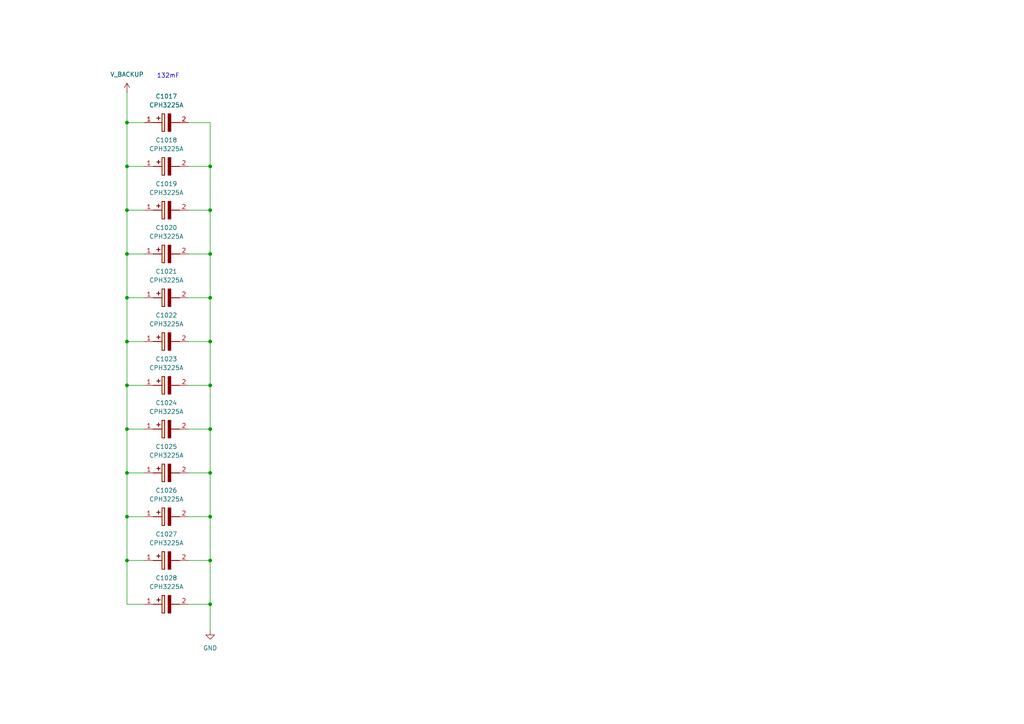
<source format=kicad_sch>
(kicad_sch (version 20231120) (generator "eeschema") (generator_version "8.0")
  (paper "A4")
  (lib_symbols
    (symbol "CPH3225A:CPH3225A" (pin_names hide)
      (property "Reference" "C" (at 8.89 6.35 0))
      (property "Value" "CPH3225A" (at 8.89 3.81 0))
      (symbol "CPH3225A_1_1"
        (polyline (pts (xy 2.54 0) (xy 5.08 0)) (stroke (width 0.254)))
        (polyline (pts (xy 4.064 1.778) (xy 4.064 0.762)) (stroke (width 0.254)))
        (polyline (pts (xy 4.572 1.27) (xy 3.556 1.27)) (stroke (width 0.254)))
        (polyline (pts (xy 7.62 0) (xy 10.16 0)) (stroke (width 0.254)))
        (polyline (pts (xy 7.62 2.54) (xy 7.62 -2.54) (xy 6.858 -2.54) (xy 6.858 2.54) (xy 7.62 2.54)) (stroke (width 0.254)) (fill (type outline)))
        (rectangle (start 5.08 2.54) (end 5.842 -2.54) (stroke (width 0.254)) (fill (type background)))
        (pin passive line (at 0 0 0) (length 2.54) (name "+") (number "1"))
        (pin passive line (at 12.7 0 180) (length 2.54) (name "-") (number "2"))
      )
    )
    (symbol "power:GND" (power) (pin_numbers hide) (pin_names (offset 0) hide)
      (property "Value" "GND" (at 0 -3.81 0))
      (symbol "GND_0_1"
        (polyline (pts (xy 0 0) (xy 0 -1.27) (xy 1.27 -1.27) (xy 0 -2.54) (xy -1.27 -1.27) (xy 0 -1.27)))
      )
      (symbol "GND_1_1"
        (pin power_in line (at 0 0 270) (length 0) (name "~") (number "1"))
      )
    )
    (symbol "power:VCC" (power) (pin_numbers hide) (pin_names (offset 0) hide)
      (property "Value" "VCC" (at 0 3.556 0))
      (symbol "VCC_0_1"
        (polyline (pts (xy -0.762 1.27) (xy 0 2.54)))
        (polyline (pts (xy 0 0) (xy 0 2.54)))
        (polyline (pts (xy 0 2.54) (xy 0.762 1.27)))
      )
      (symbol "VCC_1_1"
        (pin power_in line (at 0 0 90) (length 0) (name "~") (number "1"))
      )
    )
  )
  (junction (at 60.96 175.26))
  (junction (at 36.83 99.06))
  (junction (at 60.96 137.16))
  (junction (at 60.96 99.06))
  (junction (at 36.83 124.46))
  (junction (at 60.96 124.46))
  (junction (at 36.83 111.76))
  (junction (at 36.83 137.16))
  (junction (at 36.83 149.86))
  (junction (at 60.96 111.76))
  (junction (at 60.96 149.86))
  (junction (at 60.96 86.36))
  (junction (at 36.83 162.56))
  (junction (at 36.83 60.96))
  (junction (at 36.83 73.66))
  (junction (at 60.96 73.66))
  (junction (at 36.83 35.56))
  (junction (at 60.96 60.96))
  (junction (at 60.96 162.56))
  (junction (at 36.83 86.36))
  (junction (at 60.96 48.26))
  (junction (at 36.83 48.26))
  (wire (pts (xy 36.83 60.96) (xy 36.83 73.66)))
  (wire (pts (xy 60.96 111.76) (xy 60.96 124.46)))
  (wire (pts (xy 60.96 48.26) (xy 60.96 60.96)))
  (wire (pts (xy 60.96 60.96) (xy 60.96 73.66)))
  (wire (pts (xy 36.83 162.56) (xy 36.83 175.26)))
  (wire (pts (xy 36.83 73.66) (xy 36.83 86.36)))
  (wire (pts (xy 36.83 111.76) (xy 36.83 124.46)))
  (wire (pts (xy 36.83 86.36) (xy 36.83 99.06)))
  (wire (pts (xy 54.61 48.26) (xy 60.96 48.26)))
  (wire (pts (xy 60.96 149.86) (xy 60.96 162.56)))
  (wire (pts (xy 36.83 149.86) (xy 36.83 162.56)))
  (wire (pts (xy 36.83 124.46) (xy 41.91 124.46)))
  (wire (pts (xy 36.83 149.86) (xy 41.91 149.86)))
  (wire (pts (xy 54.61 137.16) (xy 60.96 137.16)))
  (wire (pts (xy 36.83 48.26) (xy 36.83 60.96)))
  (wire (pts (xy 36.83 111.76) (xy 41.91 111.76)))
  (wire (pts (xy 36.83 48.26) (xy 41.91 48.26)))
  (wire (pts (xy 36.83 99.06) (xy 41.91 99.06)))
  (wire (pts (xy 36.83 35.56) (xy 36.83 48.26)))
  (wire (pts (xy 54.61 99.06) (xy 60.96 99.06)))
  (wire (pts (xy 60.96 175.26) (xy 60.96 182.88)))
  (wire (pts (xy 60.96 35.56) (xy 60.96 48.26)))
  (wire (pts (xy 60.96 99.06) (xy 60.96 111.76)))
  (wire (pts (xy 36.83 60.96) (xy 41.91 60.96)))
  (wire (pts (xy 36.83 137.16) (xy 36.83 149.86)))
  (wire (pts (xy 54.61 111.76) (xy 60.96 111.76)))
  (wire (pts (xy 54.61 162.56) (xy 60.96 162.56)))
  (wire (pts (xy 54.61 60.96) (xy 60.96 60.96)))
  (wire (pts (xy 60.96 137.16) (xy 60.96 149.86)))
  (wire (pts (xy 36.83 175.26) (xy 41.91 175.26)))
  (wire (pts (xy 36.83 26.67) (xy 36.83 35.56)))
  (wire (pts (xy 54.61 35.56) (xy 60.96 35.56)))
  (wire (pts (xy 54.61 86.36) (xy 60.96 86.36)))
  (wire (pts (xy 60.96 73.66) (xy 60.96 86.36)))
  (wire (pts (xy 36.83 137.16) (xy 41.91 137.16)))
  (wire (pts (xy 36.83 99.06) (xy 36.83 111.76)))
  (wire (pts (xy 36.83 86.36) (xy 41.91 86.36)))
  (wire (pts (xy 60.96 124.46) (xy 60.96 137.16)))
  (wire (pts (xy 54.61 73.66) (xy 60.96 73.66)))
  (wire (pts (xy 36.83 35.56) (xy 41.91 35.56)))
  (wire (pts (xy 54.61 124.46) (xy 60.96 124.46)))
  (wire (pts (xy 36.83 73.66) (xy 41.91 73.66)))
  (wire (pts (xy 36.83 124.46) (xy 36.83 137.16)))
  (wire (pts (xy 60.96 162.56) (xy 60.96 175.26)))
  (wire (pts (xy 36.83 162.56) (xy 41.91 162.56)))
  (wire (pts (xy 54.61 175.26) (xy 60.96 175.26)))
  (wire (pts (xy 54.61 149.86) (xy 60.96 149.86)))
  (wire (pts (xy 60.96 86.36) (xy 60.96 99.06)))
  (text "132mF" (at 48.768 22.098 0) (effects (font (size 1.27 1.27))))
  (symbol (lib_id "CPH3225A:CPH3225A") (at 41.91 111.76 0) (unit 1)
    (property "Reference" "C1023" (at 48.26 104.14 0))
    (property "Value" "CPH3225A" (at 48.26 106.68 0))
    (property "Footprint" "SuperCap:CPH3225A" (effects (hide yes)))
    (property "Datasheet" "https://www.sii.co.jp/en/me/datasheets/chip-capacitor/cph3225a/" (effects (hide yes)))
    (property "Description" "Supercapacitors / Ultracapacitors Reflow EDLC 3.3V, 11mF, 160 Ohm" (effects (hide yes)))
    (property "Height" "1" (effects (hide yes)))
    (property "Mouser Part Number" "628-CPH3225A" (effects (hide yes)))
    (property "Mouser Price/Stock" "https://www.mouser.com/Search/Refine.aspx?Keyword=628-CPH3225A" (effects (hide yes)))
    (property "Manufacturer_Name" "Seiko Epson Corporation" (effects (hide yes)))
    (property "Manufacturer_Part_Number" "CPH3225A" (effects (hide yes)))
  )
  (symbol (lib_id "CPH3225A:CPH3225A") (at 41.91 86.36 0) (unit 1)
    (property "Reference" "C1021" (at 48.26 78.74 0))
    (property "Value" "CPH3225A" (at 48.26 81.28 0))
    (property "Footprint" "SuperCap:CPH3225A" (effects (hide yes)))
    (property "Datasheet" "https://www.sii.co.jp/en/me/datasheets/chip-capacitor/cph3225a/" (effects (hide yes)))
    (property "Description" "Supercapacitors / Ultracapacitors Reflow EDLC 3.3V, 11mF, 160 Ohm" (effects (hide yes)))
    (property "Height" "1" (effects (hide yes)))
    (property "Mouser Part Number" "628-CPH3225A" (effects (hide yes)))
    (property "Mouser Price/Stock" "https://www.mouser.com/Search/Refine.aspx?Keyword=628-CPH3225A" (effects (hide yes)))
    (property "Manufacturer_Name" "Seiko Epson Corporation" (effects (hide yes)))
    (property "Manufacturer_Part_Number" "CPH3225A" (effects (hide yes)))
  )
  (symbol (lib_id "CPH3225A:CPH3225A") (at 41.91 35.56 0) (unit 1)
    (property "Reference" "C1017" (at 48.26 27.94 0))
    (property "Value" "CPH3225A" (at 48.26 30.48 0))
    (property "Footprint" "SuperCap:CPH3225A" (effects (hide yes)))
    (property "Datasheet" "https://www.sii.co.jp/en/me/datasheets/chip-capacitor/cph3225a/" (effects (hide yes)))
    (property "Description" "Supercapacitors / Ultracapacitors Reflow EDLC 3.3V, 11mF, 160 Ohm" (effects (hide yes)))
    (property "Height" "1" (effects (hide yes)))
    (property "Mouser Part Number" "628-CPH3225A" (effects (hide yes)))
    (property "Mouser Price/Stock" "https://www.mouser.com/Search/Refine.aspx?Keyword=628-CPH3225A" (effects (hide yes)))
    (property "Manufacturer_Name" "Seiko Epson Corporation" (effects (hide yes)))
    (property "Manufacturer_Part_Number" "CPH3225A" (effects (hide yes)))
  )
  (symbol (lib_id "CPH3225A:CPH3225A") (at 41.91 60.96 0) (unit 1)
    (property "Reference" "C1019" (at 48.26 53.34 0))
    (property "Value" "CPH3225A" (at 48.26 55.88 0))
    (property "Footprint" "SuperCap:CPH3225A" (effects (hide yes)))
    (property "Datasheet" "https://www.sii.co.jp/en/me/datasheets/chip-capacitor/cph3225a/" (effects (hide yes)))
    (property "Description" "Supercapacitors / Ultracapacitors Reflow EDLC 3.3V, 11mF, 160 Ohm" (effects (hide yes)))
    (property "Height" "1" (effects (hide yes)))
    (property "Mouser Part Number" "628-CPH3225A" (effects (hide yes)))
    (property "Mouser Price/Stock" "https://www.mouser.com/Search/Refine.aspx?Keyword=628-CPH3225A" (effects (hide yes)))
    (property "Manufacturer_Name" "Seiko Epson Corporation" (effects (hide yes)))
    (property "Manufacturer_Part_Number" "CPH3225A" (effects (hide yes)))
  )
  (symbol (lib_id "CPH3225A:CPH3225A") (at 41.91 175.26 0) (unit 1)
    (property "Reference" "C1028" (at 48.26 167.64 0))
    (property "Value" "CPH3225A" (at 48.26 170.18 0))
    (property "Footprint" "SuperCap:CPH3225A" (effects (hide yes)))
    (property "Datasheet" "https://www.sii.co.jp/en/me/datasheets/chip-capacitor/cph3225a/" (effects (hide yes)))
    (property "Description" "Supercapacitors / Ultracapacitors Reflow EDLC 3.3V, 11mF, 160 Ohm" (effects (hide yes)))
    (property "Height" "1" (effects (hide yes)))
    (property "Mouser Part Number" "628-CPH3225A" (effects (hide yes)))
    (property "Mouser Price/Stock" "https://www.mouser.com/Search/Refine.aspx?Keyword=628-CPH3225A" (effects (hide yes)))
    (property "Manufacturer_Name" "Seiko Epson Corporation" (effects (hide yes)))
    (property "Manufacturer_Part_Number" "CPH3225A" (effects (hide yes)))
  )
  (symbol (lib_id "CPH3225A:CPH3225A") (at 41.91 137.16 0) (unit 1)
    (property "Reference" "C1025" (at 48.26 129.54 0))
    (property "Value" "CPH3225A" (at 48.26 132.08 0))
    (property "Footprint" "SuperCap:CPH3225A" (effects (hide yes)))
    (property "Datasheet" "https://www.sii.co.jp/en/me/datasheets/chip-capacitor/cph3225a/" (effects (hide yes)))
    (property "Description" "Supercapacitors / Ultracapacitors Reflow EDLC 3.3V, 11mF, 160 Ohm" (effects (hide yes)))
    (property "Height" "1" (effects (hide yes)))
    (property "Mouser Part Number" "628-CPH3225A" (effects (hide yes)))
    (property "Mouser Price/Stock" "https://www.mouser.com/Search/Refine.aspx?Keyword=628-CPH3225A" (effects (hide yes)))
    (property "Manufacturer_Name" "Seiko Epson Corporation" (effects (hide yes)))
    (property "Manufacturer_Part_Number" "CPH3225A" (effects (hide yes)))
  )
  (symbol (lib_id "CPH3225A:CPH3225A") (at 41.91 124.46 0) (unit 1)
    (property "Reference" "C1024" (at 48.26 116.84 0))
    (property "Value" "CPH3225A" (at 48.26 119.38 0))
    (property "Footprint" "SuperCap:CPH3225A" (effects (hide yes)))
    (property "Datasheet" "https://www.sii.co.jp/en/me/datasheets/chip-capacitor/cph3225a/" (effects (hide yes)))
    (property "Description" "Supercapacitors / Ultracapacitors Reflow EDLC 3.3V, 11mF, 160 Ohm" (effects (hide yes)))
    (property "Height" "1" (effects (hide yes)))
    (property "Mouser Part Number" "628-CPH3225A" (effects (hide yes)))
    (property "Mouser Price/Stock" "https://www.mouser.com/Search/Refine.aspx?Keyword=628-CPH3225A" (effects (hide yes)))
    (property "Manufacturer_Name" "Seiko Epson Corporation" (effects (hide yes)))
    (property "Manufacturer_Part_Number" "CPH3225A" (effects (hide yes)))
  )
  (symbol (lib_id "CPH3225A:CPH3225A") (at 41.91 149.86 0) (unit 1)
    (property "Reference" "C1026" (at 48.26 142.24 0))
    (property "Value" "CPH3225A" (at 48.26 144.78 0))
    (property "Footprint" "SuperCap:CPH3225A" (effects (hide yes)))
    (property "Datasheet" "https://www.sii.co.jp/en/me/datasheets/chip-capacitor/cph3225a/" (effects (hide yes)))
    (property "Description" "Supercapacitors / Ultracapacitors Reflow EDLC 3.3V, 11mF, 160 Ohm" (effects (hide yes)))
    (property "Height" "1" (effects (hide yes)))
    (property "Mouser Part Number" "628-CPH3225A" (effects (hide yes)))
    (property "Mouser Price/Stock" "https://www.mouser.com/Search/Refine.aspx?Keyword=628-CPH3225A" (effects (hide yes)))
    (property "Manufacturer_Name" "Seiko Epson Corporation" (effects (hide yes)))
    (property "Manufacturer_Part_Number" "CPH3225A" (effects (hide yes)))
  )
  (symbol (lib_id "power:GND") (at 60.96 182.88 0) (unit 1)
    (property "Reference" "#PWR056" (effects (hide yes)))
    (property "Value" "GND" (at 60.96 187.96 0))
    (property "Description" "Power symbol creates a global label with name \"GND\" , ground" (effects (hide yes)))
  )
  (symbol (lib_id "CPH3225A:CPH3225A") (at 41.91 99.06 0) (unit 1)
    (property "Reference" "C1022" (at 48.26 91.44 0))
    (property "Value" "CPH3225A" (at 48.26 93.98 0))
    (property "Footprint" "SuperCap:CPH3225A" (effects (hide yes)))
    (property "Datasheet" "https://www.sii.co.jp/en/me/datasheets/chip-capacitor/cph3225a/" (effects (hide yes)))
    (property "Description" "Supercapacitors / Ultracapacitors Reflow EDLC 3.3V, 11mF, 160 Ohm" (effects (hide yes)))
    (property "Height" "1" (effects (hide yes)))
    (property "Mouser Part Number" "628-CPH3225A" (effects (hide yes)))
    (property "Mouser Price/Stock" "https://www.mouser.com/Search/Refine.aspx?Keyword=628-CPH3225A" (effects (hide yes)))
    (property "Manufacturer_Name" "Seiko Epson Corporation" (effects (hide yes)))
    (property "Manufacturer_Part_Number" "CPH3225A" (effects (hide yes)))
  )
  (symbol (lib_id "power:VCC") (at 36.83 26.67 0) (unit 1)
    (property "Reference" "#PWR043" (effects (hide yes)))
    (property "Value" "V_BACKUP" (at 36.83 21.59 0))
    (property "Description" "Power symbol creates a global label with name \"VCC\"" (effects (hide yes)))
  )
  (symbol (lib_id "CPH3225A:CPH3225A") (at 41.91 73.66 0) (unit 1)
    (property "Reference" "C1020" (at 48.26 66.04 0))
    (property "Value" "CPH3225A" (at 48.26 68.58 0))
    (property "Footprint" "SuperCap:CPH3225A" (effects (hide yes)))
    (property "Datasheet" "https://www.sii.co.jp/en/me/datasheets/chip-capacitor/cph3225a/" (effects (hide yes)))
    (property "Description" "Supercapacitors / Ultracapacitors Reflow EDLC 3.3V, 11mF, 160 Ohm" (effects (hide yes)))
    (property "Height" "1" (effects (hide yes)))
    (property "Mouser Part Number" "628-CPH3225A" (effects (hide yes)))
    (property "Mouser Price/Stock" "https://www.mouser.com/Search/Refine.aspx?Keyword=628-CPH3225A" (effects (hide yes)))
    (property "Manufacturer_Name" "Seiko Epson Corporation" (effects (hide yes)))
    (property "Manufacturer_Part_Number" "CPH3225A" (effects (hide yes)))
  )
  (symbol (lib_id "CPH3225A:CPH3225A") (at 41.91 162.56 0) (unit 1)
    (property "Reference" "C1027" (at 48.26 154.94 0))
    (property "Value" "CPH3225A" (at 48.26 157.48 0))
    (property "Footprint" "SuperCap:CPH3225A" (effects (hide yes)))
    (property "Datasheet" "https://www.sii.co.jp/en/me/datasheets/chip-capacitor/cph3225a/" (effects (hide yes)))
    (property "Description" "Supercapacitors / Ultracapacitors Reflow EDLC 3.3V, 11mF, 160 Ohm" (effects (hide yes)))
    (property "Height" "1" (effects (hide yes)))
    (property "Mouser Part Number" "628-CPH3225A" (effects (hide yes)))
    (property "Mouser Price/Stock" "https://www.mouser.com/Search/Refine.aspx?Keyword=628-CPH3225A" (effects (hide yes)))
    (property "Manufacturer_Name" "Seiko Epson Corporation" (effects (hide yes)))
    (property "Manufacturer_Part_Number" "CPH3225A" (effects (hide yes)))
  )
  (symbol (lib_id "CPH3225A:CPH3225A") (at 41.91 48.26 0) (unit 1)
    (property "Reference" "C1018" (at 48.26 40.64 0))
    (property "Value" "CPH3225A" (at 48.26 43.18 0))
    (property "Footprint" "SuperCap:CPH3225A" (effects (hide yes)))
    (property "Datasheet" "https://www.sii.co.jp/en/me/datasheets/chip-capacitor/cph3225a/" (effects (hide yes)))
    (property "Description" "Supercapacitors / Ultracapacitors Reflow EDLC 3.3V, 11mF, 160 Ohm" (effects (hide yes)))
    (property "Height" "1" (effects (hide yes)))
    (property "Mouser Part Number" "628-CPH3225A" (effects (hide yes)))
    (property "Mouser Price/Stock" "https://www.mouser.com/Search/Refine.aspx?Keyword=628-CPH3225A" (effects (hide yes)))
    (property "Manufacturer_Name" "Seiko Epson Corporation" (effects (hide yes)))
    (property "Manufacturer_Part_Number" "CPH3225A" (effects (hide yes)))
  )
)
</source>
